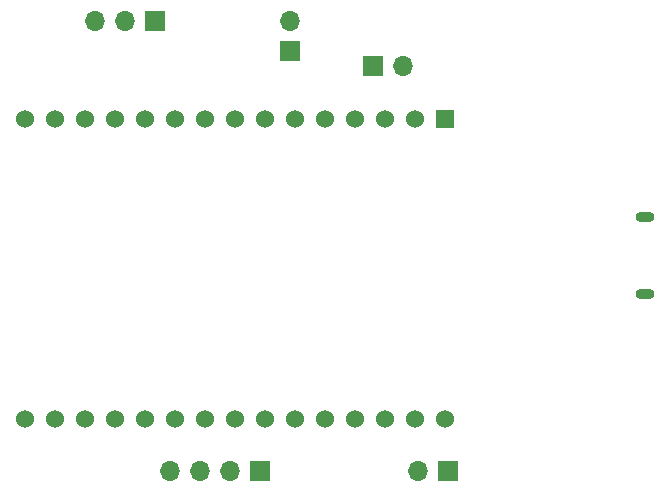
<source format=gbr>
G04 #@! TF.GenerationSoftware,KiCad,Pcbnew,5.1.10*
G04 #@! TF.CreationDate,2021-10-26T18:40:00+02:00*
G04 #@! TF.ProjectId,JeanCloud_pcb_milled,4a65616e-436c-46f7-9564-5f7063625f6d,rev?*
G04 #@! TF.SameCoordinates,PX1bc28b0PY5c63450*
G04 #@! TF.FileFunction,Copper,L2,Bot*
G04 #@! TF.FilePolarity,Positive*
%FSLAX46Y46*%
G04 Gerber Fmt 4.6, Leading zero omitted, Abs format (unit mm)*
G04 Created by KiCad (PCBNEW 5.1.10) date 2021-10-26 18:40:00*
%MOMM*%
%LPD*%
G01*
G04 APERTURE LIST*
G04 #@! TA.AperFunction,ComponentPad*
%ADD10O,1.600000X0.900000*%
G04 #@! TD*
G04 #@! TA.AperFunction,ComponentPad*
%ADD11R,1.524000X1.524000*%
G04 #@! TD*
G04 #@! TA.AperFunction,ComponentPad*
%ADD12C,1.524000*%
G04 #@! TD*
G04 #@! TA.AperFunction,ComponentPad*
%ADD13R,1.700000X1.700000*%
G04 #@! TD*
G04 #@! TA.AperFunction,ComponentPad*
%ADD14O,1.700000X1.700000*%
G04 #@! TD*
G04 APERTURE END LIST*
D10*
X70764400Y49223200D03*
X70764400Y42623200D03*
D11*
X53848000Y57505600D03*
D12*
X51308000Y57505600D03*
X48768000Y57505600D03*
X46228000Y57505600D03*
X43688000Y57505600D03*
X41148000Y57505600D03*
X38608000Y57505600D03*
X36068000Y57505600D03*
X33528000Y57505600D03*
X30988000Y57505600D03*
X28448000Y57505600D03*
X25908000Y57505600D03*
X23368000Y57505600D03*
X20828000Y57505600D03*
X18288000Y57505600D03*
X18288000Y32105600D03*
X20828000Y32105600D03*
X23368000Y32105600D03*
X25908000Y32105600D03*
X28448000Y32105600D03*
X30988000Y32105600D03*
X33528000Y32105600D03*
X36068000Y32105600D03*
X38608000Y32105600D03*
X41148000Y32105600D03*
X43688000Y32105600D03*
X46228000Y32105600D03*
X48768000Y32105600D03*
X51308000Y32105600D03*
X53848000Y32105600D03*
D13*
X38201600Y27660600D03*
D14*
X35661600Y27660600D03*
X33121600Y27660600D03*
X30581600Y27660600D03*
D13*
X29311600Y65760600D03*
D14*
X26771600Y65760600D03*
X24231600Y65760600D03*
D13*
X40741600Y63220600D03*
D14*
X40741600Y65760600D03*
X50266600Y61950600D03*
D13*
X47726600Y61950600D03*
X54076600Y27660600D03*
D14*
X51536600Y27660600D03*
M02*

</source>
